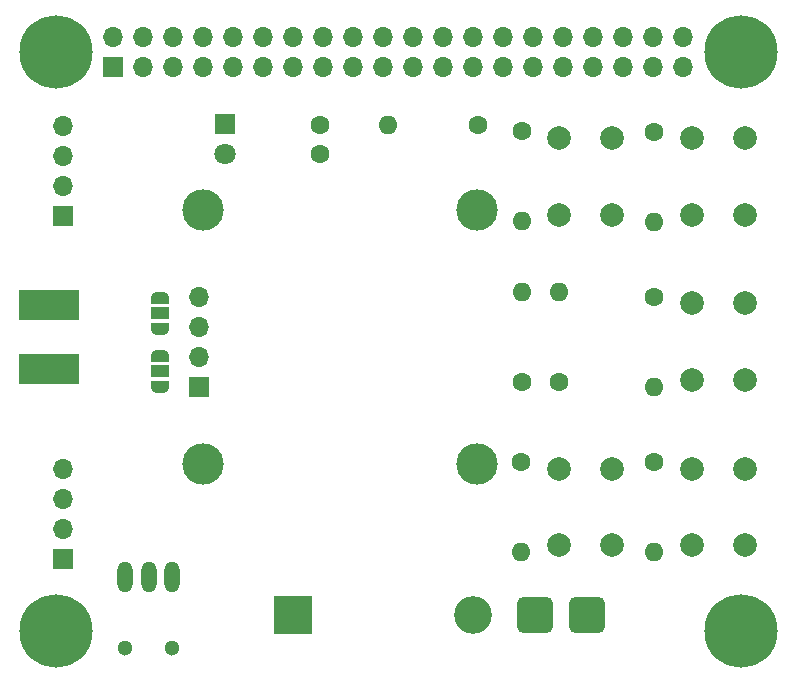
<source format=gbr>
%TF.GenerationSoftware,KiCad,Pcbnew,7.0.1-0*%
%TF.CreationDate,2023-11-24T13:11:02+01:00*%
%TF.ProjectId,LoRa_Hat,4c6f5261-5f48-4617-942e-6b696361645f,rev?*%
%TF.SameCoordinates,Original*%
%TF.FileFunction,Soldermask,Top*%
%TF.FilePolarity,Negative*%
%FSLAX46Y46*%
G04 Gerber Fmt 4.6, Leading zero omitted, Abs format (unit mm)*
G04 Created by KiCad (PCBNEW 7.0.1-0) date 2023-11-24 13:11:02*
%MOMM*%
%LPD*%
G01*
G04 APERTURE LIST*
G04 Aperture macros list*
%AMRoundRect*
0 Rectangle with rounded corners*
0 $1 Rounding radius*
0 $2 $3 $4 $5 $6 $7 $8 $9 X,Y pos of 4 corners*
0 Add a 4 corners polygon primitive as box body*
4,1,4,$2,$3,$4,$5,$6,$7,$8,$9,$2,$3,0*
0 Add four circle primitives for the rounded corners*
1,1,$1+$1,$2,$3*
1,1,$1+$1,$4,$5*
1,1,$1+$1,$6,$7*
1,1,$1+$1,$8,$9*
0 Add four rect primitives between the rounded corners*
20,1,$1+$1,$2,$3,$4,$5,0*
20,1,$1+$1,$4,$5,$6,$7,0*
20,1,$1+$1,$6,$7,$8,$9,0*
20,1,$1+$1,$8,$9,$2,$3,0*%
%AMFreePoly0*
4,1,19,0.550000,-0.750000,0.000000,-0.750000,0.000000,-0.744911,-0.071157,-0.744911,-0.207708,-0.704816,-0.327430,-0.627875,-0.420627,-0.520320,-0.479746,-0.390866,-0.500000,-0.250000,-0.500000,0.250000,-0.479746,0.390866,-0.420627,0.520320,-0.327430,0.627875,-0.207708,0.704816,-0.071157,0.744911,0.000000,0.744911,0.000000,0.750000,0.550000,0.750000,0.550000,-0.750000,0.550000,-0.750000,
$1*%
%AMFreePoly1*
4,1,19,0.000000,0.744911,0.071157,0.744911,0.207708,0.704816,0.327430,0.627875,0.420627,0.520320,0.479746,0.390866,0.500000,0.250000,0.500000,-0.250000,0.479746,-0.390866,0.420627,-0.520320,0.327430,-0.627875,0.207708,-0.704816,0.071157,-0.744911,0.000000,-0.744911,0.000000,-0.750000,-0.550000,-0.750000,-0.550000,0.750000,0.000000,0.750000,0.000000,0.744911,0.000000,0.744911,
$1*%
G04 Aperture macros list end*
%ADD10C,6.200000*%
%ADD11C,1.300000*%
%ADD12O,1.308000X2.616000*%
%ADD13R,3.200000X3.200000*%
%ADD14O,3.200000X3.200000*%
%ADD15C,1.600000*%
%ADD16O,1.600000X1.600000*%
%ADD17FreePoly0,90.000000*%
%ADD18R,1.500000X1.000000*%
%ADD19FreePoly1,90.000000*%
%ADD20C,2.000000*%
%ADD21R,1.700000X1.700000*%
%ADD22O,1.700000X1.700000*%
%ADD23C,3.500000*%
%ADD24RoundRect,0.468750X1.031250X1.031250X-1.031250X1.031250X-1.031250X-1.031250X1.031250X-1.031250X0*%
%ADD25R,1.800000X1.800000*%
%ADD26C,1.800000*%
%ADD27R,5.080000X2.500000*%
G04 APERTURE END LIST*
D10*
%TO.C,*%
X171900001Y-75500000D03*
%TD*%
%TO.C,*%
X113900001Y-75500000D03*
%TD*%
%TO.C,*%
X113900001Y-124500000D03*
%TD*%
%TO.C,*%
X171900001Y-124500000D03*
%TD*%
D11*
%TO.C,J6*%
X119770000Y-125912500D03*
X123770000Y-125912500D03*
D12*
X121770000Y-119912500D03*
X123770000Y-119912500D03*
X119770000Y-119912500D03*
%TD*%
D13*
%TO.C,D1*%
X134020000Y-123110000D03*
D14*
X149260000Y-123110000D03*
%TD*%
D15*
%TO.C,R5*%
X164570000Y-82210000D03*
D16*
X164570000Y-89830000D03*
%TD*%
D17*
%TO.C,JP2*%
X122770000Y-98910000D03*
D18*
X122770000Y-97610000D03*
D19*
X122770000Y-96310000D03*
%TD*%
D20*
%TO.C,SW5*%
X167770000Y-89250000D03*
X167770000Y-82750000D03*
X172270000Y-89250000D03*
X172270000Y-82750000D03*
%TD*%
D15*
%TO.C,C1*%
X136270000Y-84110000D03*
X136270000Y-81610000D03*
%TD*%
%TO.C,R4*%
X164540000Y-96200000D03*
D16*
X164540000Y-103820000D03*
%TD*%
D15*
%TO.C,R2*%
X153370000Y-82190000D03*
D16*
X153370000Y-89810000D03*
%TD*%
D21*
%TO.C,J2*%
X126020000Y-103820000D03*
D22*
X126020000Y-101280000D03*
X126020000Y-98740000D03*
X126020000Y-96200000D03*
D23*
X126420000Y-88850000D03*
X126420000Y-110360000D03*
X149620000Y-88850000D03*
X149620000Y-110360000D03*
%TD*%
D20*
%TO.C,SW1*%
X156520000Y-117250000D03*
X156520000Y-110750000D03*
X161020000Y-117250000D03*
X161020000Y-110750000D03*
%TD*%
D15*
%TO.C,R7*%
X156520000Y-103370000D03*
D16*
X156520000Y-95750000D03*
%TD*%
D17*
%TO.C,JP1*%
X122770000Y-103810000D03*
D18*
X122770000Y-102510000D03*
D19*
X122770000Y-101210000D03*
%TD*%
D24*
%TO.C,J8*%
X158927745Y-123110000D03*
%TD*%
D20*
%TO.C,SW2*%
X156520000Y-89250000D03*
X156520000Y-82750000D03*
X161020000Y-89250000D03*
X161020000Y-82750000D03*
%TD*%
D24*
%TO.C,J7*%
X154477745Y-123110000D03*
%TD*%
D15*
%TO.C,R1*%
X153290000Y-110200000D03*
D16*
X153290000Y-117820000D03*
%TD*%
D15*
%TO.C,R6*%
X153370000Y-103370000D03*
D16*
X153370000Y-95750000D03*
%TD*%
D21*
%TO.C,J4*%
X114545000Y-118410000D03*
D22*
X114545000Y-115870000D03*
X114545000Y-113330000D03*
X114545000Y-110790000D03*
%TD*%
D15*
%TO.C,R8*%
X149670000Y-81610000D03*
D16*
X142050000Y-81610000D03*
%TD*%
D25*
%TO.C,D2*%
X128270000Y-81570000D03*
D26*
X128270000Y-84110000D03*
%TD*%
D20*
%TO.C,SW4*%
X167770000Y-103250000D03*
X167770000Y-96750000D03*
X172270000Y-103250000D03*
X172270000Y-96750000D03*
%TD*%
D21*
%TO.C,J3*%
X114520000Y-89360000D03*
D22*
X114520000Y-86820000D03*
X114520000Y-84280000D03*
X114520000Y-81740000D03*
%TD*%
D15*
%TO.C,R3*%
X164540000Y-110200000D03*
D16*
X164540000Y-117820000D03*
%TD*%
D20*
%TO.C,SW3*%
X167770000Y-117250000D03*
X167770000Y-110750000D03*
X172270000Y-117250000D03*
X172270000Y-110750000D03*
%TD*%
D21*
%TO.C,J1*%
X118770000Y-76770000D03*
D22*
X118770000Y-74230000D03*
X121310000Y-76770000D03*
X121310000Y-74230000D03*
X123850000Y-76770000D03*
X123850000Y-74230000D03*
X126390000Y-76770000D03*
X126390000Y-74230000D03*
X128930000Y-76770000D03*
X128930000Y-74230000D03*
X131470000Y-76770000D03*
X131470000Y-74230000D03*
X134010000Y-76770000D03*
X134010000Y-74230000D03*
X136550000Y-76770000D03*
X136550000Y-74230000D03*
X139090000Y-76770000D03*
X139090000Y-74230000D03*
X141630000Y-76770000D03*
X141630000Y-74230000D03*
X144170000Y-76770000D03*
X144170000Y-74230000D03*
X146710000Y-76770000D03*
X146710000Y-74230000D03*
X149250000Y-76770000D03*
X149250000Y-74230000D03*
X151790000Y-76770000D03*
X151790000Y-74230000D03*
X154330000Y-76770000D03*
X154330000Y-74230000D03*
X156870000Y-76770000D03*
X156870000Y-74230000D03*
X159410000Y-76770000D03*
X159410000Y-74230000D03*
X161950000Y-76770000D03*
X161950000Y-74230000D03*
X164490000Y-76770000D03*
X164490000Y-74230000D03*
X167030000Y-76770000D03*
X167030000Y-74230000D03*
%TD*%
D27*
%TO.C,J5*%
X113350000Y-96910000D03*
X113350000Y-102310000D03*
%TD*%
M02*

</source>
